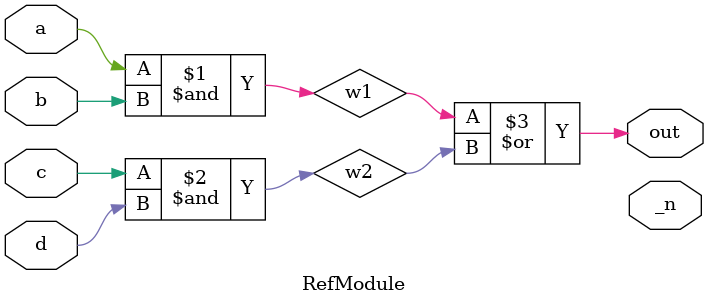
<source format=sv>

module RefModule (
  input a,
  input b,
  input c,
  input d,
  output out,
  output out,_n
);

  wire w1, w2;
  assign w1 = a&b;
  assign w2 = c&d;
  assign out = w1|w2;
  assign out_n = ~out;

endmodule


</source>
